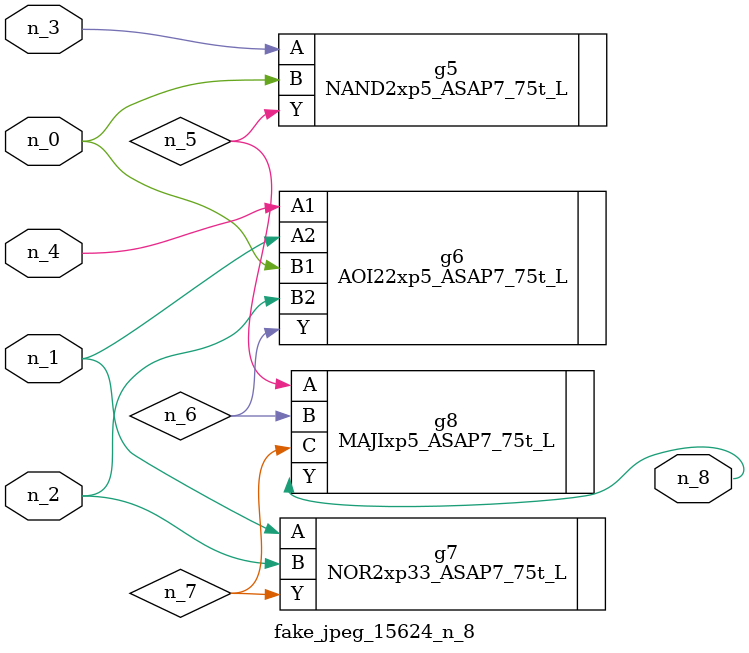
<source format=v>
module fake_jpeg_15624_n_8 (n_3, n_2, n_1, n_0, n_4, n_8);

input n_3;
input n_2;
input n_1;
input n_0;
input n_4;

output n_8;

wire n_6;
wire n_5;
wire n_7;

NAND2xp5_ASAP7_75t_L g5 ( 
.A(n_3),
.B(n_0),
.Y(n_5)
);

AOI22xp5_ASAP7_75t_L g6 ( 
.A1(n_4),
.A2(n_1),
.B1(n_0),
.B2(n_2),
.Y(n_6)
);

NOR2xp33_ASAP7_75t_L g7 ( 
.A(n_1),
.B(n_2),
.Y(n_7)
);

MAJIxp5_ASAP7_75t_L g8 ( 
.A(n_5),
.B(n_6),
.C(n_7),
.Y(n_8)
);


endmodule
</source>
